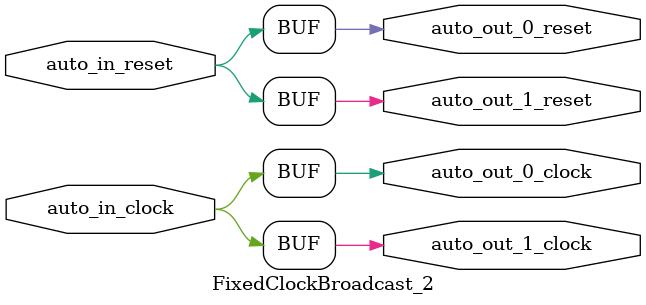
<source format=sv>
`ifndef RANDOMIZE
  `ifdef RANDOMIZE_MEM_INIT
    `define RANDOMIZE
  `endif // RANDOMIZE_MEM_INIT
`endif // not def RANDOMIZE
`ifndef RANDOMIZE
  `ifdef RANDOMIZE_REG_INIT
    `define RANDOMIZE
  `endif // RANDOMIZE_REG_INIT
`endif // not def RANDOMIZE

`ifndef RANDOM
  `define RANDOM $random
`endif // not def RANDOM

// Users can define INIT_RANDOM as general code that gets injected into the
// initializer block for modules with registers.
`ifndef INIT_RANDOM
  `define INIT_RANDOM
`endif // not def INIT_RANDOM

// If using random initialization, you can also define RANDOMIZE_DELAY to
// customize the delay used, otherwise 0.002 is used.
`ifndef RANDOMIZE_DELAY
  `define RANDOMIZE_DELAY 0.002
`endif // not def RANDOMIZE_DELAY

// Define INIT_RANDOM_PROLOG_ for use in our modules below.
`ifndef INIT_RANDOM_PROLOG_
  `ifdef RANDOMIZE
    `ifdef VERILATOR
      `define INIT_RANDOM_PROLOG_ `INIT_RANDOM
    `else  // VERILATOR
      `define INIT_RANDOM_PROLOG_ `INIT_RANDOM #`RANDOMIZE_DELAY begin end
    `endif // VERILATOR
  `else  // RANDOMIZE
    `define INIT_RANDOM_PROLOG_
  `endif // RANDOMIZE
`endif // not def INIT_RANDOM_PROLOG_

// Include register initializers in init blocks unless synthesis is set
`ifndef SYNTHESIS
  `ifndef ENABLE_INITIAL_REG_
    `define ENABLE_INITIAL_REG_
  `endif // not def ENABLE_INITIAL_REG_
`endif // not def SYNTHESIS

// Include rmemory initializers in init blocks unless synthesis is set
`ifndef SYNTHESIS
  `ifndef ENABLE_INITIAL_MEM_
    `define ENABLE_INITIAL_MEM_
  `endif // not def ENABLE_INITIAL_MEM_
`endif // not def SYNTHESIS

// Standard header to adapt well known macros for prints and assertions.

// Users can define 'PRINTF_COND' to add an extra gate to prints.
`ifndef PRINTF_COND_
  `ifdef PRINTF_COND
    `define PRINTF_COND_ (`PRINTF_COND)
  `else  // PRINTF_COND
    `define PRINTF_COND_ 1
  `endif // PRINTF_COND
`endif // not def PRINTF_COND_

// Users can define 'ASSERT_VERBOSE_COND' to add an extra gate to assert error printing.
`ifndef ASSERT_VERBOSE_COND_
  `ifdef ASSERT_VERBOSE_COND
    `define ASSERT_VERBOSE_COND_ (`ASSERT_VERBOSE_COND)
  `else  // ASSERT_VERBOSE_COND
    `define ASSERT_VERBOSE_COND_ 1
  `endif // ASSERT_VERBOSE_COND
`endif // not def ASSERT_VERBOSE_COND_

// Users can define 'STOP_COND' to add an extra gate to stop conditions.
`ifndef STOP_COND_
  `ifdef STOP_COND
    `define STOP_COND_ (`STOP_COND)
  `else  // STOP_COND
    `define STOP_COND_ 1
  `endif // STOP_COND
`endif // not def STOP_COND_

module FixedClockBroadcast_2(
  input  auto_in_clock,	// @[generators/rocket-chip/src/main/scala/diplomacy/LazyModule.scala:366:18]
         auto_in_reset,	// @[generators/rocket-chip/src/main/scala/diplomacy/LazyModule.scala:366:18]
  output auto_out_1_clock,	// @[generators/rocket-chip/src/main/scala/diplomacy/LazyModule.scala:366:18]
         auto_out_1_reset,	// @[generators/rocket-chip/src/main/scala/diplomacy/LazyModule.scala:366:18]
         auto_out_0_clock,	// @[generators/rocket-chip/src/main/scala/diplomacy/LazyModule.scala:366:18]
         auto_out_0_reset	// @[generators/rocket-chip/src/main/scala/diplomacy/LazyModule.scala:366:18]
);

  assign auto_out_1_clock = auto_in_clock;
  assign auto_out_1_reset = auto_in_reset;
  assign auto_out_0_clock = auto_in_clock;
  assign auto_out_0_reset = auto_in_reset;
endmodule


</source>
